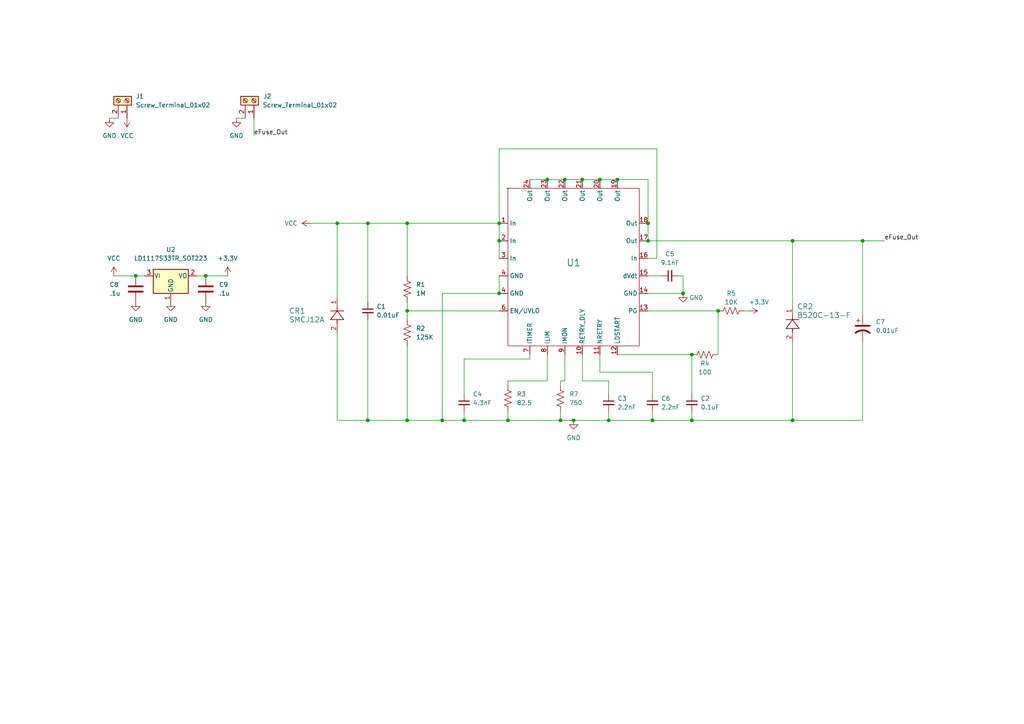
<source format=kicad_sch>
(kicad_sch (version 20230121) (generator eeschema)

  (uuid 07546f61-d78d-4ea0-a700-3fe1ac388f43)

  (paper "A4")

  (title_block
    (title "eFuse")
    (date "2023-09-13")
    (rev "1")
    (company "Robotics @ Maryland")
  )

  (lib_symbols
    (symbol "B520C-13-F:B520C-13-F" (pin_names (offset 0.254)) (in_bom yes) (on_board yes)
      (property "Reference" "CR" (at 5.08 4.445 0)
        (effects (font (size 1.524 1.524)))
      )
      (property "Value" "B520C-13-F" (at 5.08 -3.81 0)
        (effects (font (size 1.524 1.524)))
      )
      (property "Footprint" "SMC_DIO" (at 0 0 0)
        (effects (font (size 1.27 1.27) italic) hide)
      )
      (property "Datasheet" "B520C-13-F" (at 0 0 0)
        (effects (font (size 1.27 1.27) italic) hide)
      )
      (property "ki_locked" "" (at 0 0 0)
        (effects (font (size 1.27 1.27)))
      )
      (property "ki_keywords" "B520C-13-F" (at 0 0 0)
        (effects (font (size 1.27 1.27)) hide)
      )
      (property "ki_fp_filters" "SMC_DIO SMC_DIO-M SMC_DIO-L" (at 0 0 0)
        (effects (font (size 1.27 1.27)) hide)
      )
      (symbol "B520C-13-F_1_1"
        (polyline
          (pts
            (xy 2.54 0)
            (xy 3.4798 0)
          )
          (stroke (width 0.2032) (type default))
          (fill (type none))
        )
        (polyline
          (pts
            (xy 3.175 0)
            (xy 3.81 0)
          )
          (stroke (width 0.2032) (type default))
          (fill (type none))
        )
        (polyline
          (pts
            (xy 3.81 -1.905)
            (xy 6.35 0)
          )
          (stroke (width 0.2032) (type default))
          (fill (type none))
        )
        (polyline
          (pts
            (xy 3.81 1.905)
            (xy 3.81 -1.905)
          )
          (stroke (width 0.2032) (type default))
          (fill (type none))
        )
        (polyline
          (pts
            (xy 6.35 -1.905)
            (xy 6.35 1.905)
          )
          (stroke (width 0.2032) (type default))
          (fill (type none))
        )
        (polyline
          (pts
            (xy 6.35 0)
            (xy 3.81 1.905)
          )
          (stroke (width 0.2032) (type default))
          (fill (type none))
        )
        (polyline
          (pts
            (xy 6.35 0)
            (xy 7.62 0)
          )
          (stroke (width 0.2032) (type default))
          (fill (type none))
        )
        (pin unspecified line (at 10.16 0 180) (length 2.54)
          (name "" (effects (font (size 1.27 1.27))))
          (number "1" (effects (font (size 1.27 1.27))))
        )
        (pin unspecified line (at 0 0 0) (length 2.54)
          (name "" (effects (font (size 1.27 1.27))))
          (number "2" (effects (font (size 1.27 1.27))))
        )
      )
      (symbol "B520C-13-F_1_2"
        (polyline
          (pts
            (xy -1.905 3.81)
            (xy 1.905 3.81)
          )
          (stroke (width 0.2032) (type default))
          (fill (type none))
        )
        (polyline
          (pts
            (xy 0 2.54)
            (xy 0 3.4798)
          )
          (stroke (width 0.2032) (type default))
          (fill (type none))
        )
        (polyline
          (pts
            (xy 0 3.175)
            (xy 0 3.81)
          )
          (stroke (width 0.2032) (type default))
          (fill (type none))
        )
        (polyline
          (pts
            (xy 0 6.35)
            (xy -1.905 3.81)
          )
          (stroke (width 0.2032) (type default))
          (fill (type none))
        )
        (polyline
          (pts
            (xy 0 6.35)
            (xy 0 7.62)
          )
          (stroke (width 0.2032) (type default))
          (fill (type none))
        )
        (polyline
          (pts
            (xy 1.905 3.81)
            (xy 0 6.35)
          )
          (stroke (width 0.2032) (type default))
          (fill (type none))
        )
        (polyline
          (pts
            (xy 1.905 6.35)
            (xy -1.905 6.35)
          )
          (stroke (width 0.2032) (type default))
          (fill (type none))
        )
        (pin unspecified line (at 0 10.16 270) (length 2.54)
          (name "" (effects (font (size 1.27 1.27))))
          (number "1" (effects (font (size 1.27 1.27))))
        )
        (pin unspecified line (at 0 0 90) (length 2.54)
          (name "" (effects (font (size 1.27 1.27))))
          (number "2" (effects (font (size 1.27 1.27))))
        )
      )
    )
    (symbol "Connector:Screw_Terminal_01x02" (pin_names (offset 1.016) hide) (in_bom yes) (on_board yes)
      (property "Reference" "J" (at 0 2.54 0)
        (effects (font (size 1.27 1.27)))
      )
      (property "Value" "Screw_Terminal_01x02" (at 0 -5.08 0)
        (effects (font (size 1.27 1.27)))
      )
      (property "Footprint" "" (at 0 0 0)
        (effects (font (size 1.27 1.27)) hide)
      )
      (property "Datasheet" "~" (at 0 0 0)
        (effects (font (size 1.27 1.27)) hide)
      )
      (property "ki_keywords" "screw terminal" (at 0 0 0)
        (effects (font (size 1.27 1.27)) hide)
      )
      (property "ki_description" "Generic screw terminal, single row, 01x02, script generated (kicad-library-utils/schlib/autogen/connector/)" (at 0 0 0)
        (effects (font (size 1.27 1.27)) hide)
      )
      (property "ki_fp_filters" "TerminalBlock*:*" (at 0 0 0)
        (effects (font (size 1.27 1.27)) hide)
      )
      (symbol "Screw_Terminal_01x02_1_1"
        (rectangle (start -1.27 1.27) (end 1.27 -3.81)
          (stroke (width 0.254) (type default))
          (fill (type background))
        )
        (circle (center 0 -2.54) (radius 0.635)
          (stroke (width 0.1524) (type default))
          (fill (type none))
        )
        (polyline
          (pts
            (xy -0.5334 -2.2098)
            (xy 0.3302 -3.048)
          )
          (stroke (width 0.1524) (type default))
          (fill (type none))
        )
        (polyline
          (pts
            (xy -0.5334 0.3302)
            (xy 0.3302 -0.508)
          )
          (stroke (width 0.1524) (type default))
          (fill (type none))
        )
        (polyline
          (pts
            (xy -0.3556 -2.032)
            (xy 0.508 -2.8702)
          )
          (stroke (width 0.1524) (type default))
          (fill (type none))
        )
        (polyline
          (pts
            (xy -0.3556 0.508)
            (xy 0.508 -0.3302)
          )
          (stroke (width 0.1524) (type default))
          (fill (type none))
        )
        (circle (center 0 0) (radius 0.635)
          (stroke (width 0.1524) (type default))
          (fill (type none))
        )
        (pin passive line (at -5.08 0 0) (length 3.81)
          (name "Pin_1" (effects (font (size 1.27 1.27))))
          (number "1" (effects (font (size 1.27 1.27))))
        )
        (pin passive line (at -5.08 -2.54 0) (length 3.81)
          (name "Pin_2" (effects (font (size 1.27 1.27))))
          (number "2" (effects (font (size 1.27 1.27))))
        )
      )
    )
    (symbol "Device:C" (pin_numbers hide) (pin_names (offset 0.254)) (in_bom yes) (on_board yes)
      (property "Reference" "C" (at 0.635 2.54 0)
        (effects (font (size 1.27 1.27)) (justify left))
      )
      (property "Value" "C" (at 0.635 -2.54 0)
        (effects (font (size 1.27 1.27)) (justify left))
      )
      (property "Footprint" "" (at 0.9652 -3.81 0)
        (effects (font (size 1.27 1.27)) hide)
      )
      (property "Datasheet" "~" (at 0 0 0)
        (effects (font (size 1.27 1.27)) hide)
      )
      (property "ki_keywords" "cap capacitor" (at 0 0 0)
        (effects (font (size 1.27 1.27)) hide)
      )
      (property "ki_description" "Unpolarized capacitor" (at 0 0 0)
        (effects (font (size 1.27 1.27)) hide)
      )
      (property "ki_fp_filters" "C_*" (at 0 0 0)
        (effects (font (size 1.27 1.27)) hide)
      )
      (symbol "C_0_1"
        (polyline
          (pts
            (xy -2.032 -0.762)
            (xy 2.032 -0.762)
          )
          (stroke (width 0.508) (type default))
          (fill (type none))
        )
        (polyline
          (pts
            (xy -2.032 0.762)
            (xy 2.032 0.762)
          )
          (stroke (width 0.508) (type default))
          (fill (type none))
        )
      )
      (symbol "C_1_1"
        (pin passive line (at 0 3.81 270) (length 2.794)
          (name "~" (effects (font (size 1.27 1.27))))
          (number "1" (effects (font (size 1.27 1.27))))
        )
        (pin passive line (at 0 -3.81 90) (length 2.794)
          (name "~" (effects (font (size 1.27 1.27))))
          (number "2" (effects (font (size 1.27 1.27))))
        )
      )
    )
    (symbol "Device:C_Polarized_US" (pin_numbers hide) (pin_names (offset 0.254) hide) (in_bom yes) (on_board yes)
      (property "Reference" "C" (at 0.635 2.54 0)
        (effects (font (size 1.27 1.27)) (justify left))
      )
      (property "Value" "C_Polarized_US" (at 0.635 -2.54 0)
        (effects (font (size 1.27 1.27)) (justify left))
      )
      (property "Footprint" "" (at 0 0 0)
        (effects (font (size 1.27 1.27)) hide)
      )
      (property "Datasheet" "~" (at 0 0 0)
        (effects (font (size 1.27 1.27)) hide)
      )
      (property "ki_keywords" "cap capacitor" (at 0 0 0)
        (effects (font (size 1.27 1.27)) hide)
      )
      (property "ki_description" "Polarized capacitor, US symbol" (at 0 0 0)
        (effects (font (size 1.27 1.27)) hide)
      )
      (property "ki_fp_filters" "CP_*" (at 0 0 0)
        (effects (font (size 1.27 1.27)) hide)
      )
      (symbol "C_Polarized_US_0_1"
        (polyline
          (pts
            (xy -2.032 0.762)
            (xy 2.032 0.762)
          )
          (stroke (width 0.508) (type default))
          (fill (type none))
        )
        (polyline
          (pts
            (xy -1.778 2.286)
            (xy -0.762 2.286)
          )
          (stroke (width 0) (type default))
          (fill (type none))
        )
        (polyline
          (pts
            (xy -1.27 1.778)
            (xy -1.27 2.794)
          )
          (stroke (width 0) (type default))
          (fill (type none))
        )
        (arc (start 2.032 -1.27) (mid 0 -0.5572) (end -2.032 -1.27)
          (stroke (width 0.508) (type default))
          (fill (type none))
        )
      )
      (symbol "C_Polarized_US_1_1"
        (pin passive line (at 0 3.81 270) (length 2.794)
          (name "~" (effects (font (size 1.27 1.27))))
          (number "1" (effects (font (size 1.27 1.27))))
        )
        (pin passive line (at 0 -3.81 90) (length 3.302)
          (name "~" (effects (font (size 1.27 1.27))))
          (number "2" (effects (font (size 1.27 1.27))))
        )
      )
    )
    (symbol "Device:C_Small" (pin_numbers hide) (pin_names (offset 0.254) hide) (in_bom yes) (on_board yes)
      (property "Reference" "C" (at 0.254 1.778 0)
        (effects (font (size 1.27 1.27)) (justify left))
      )
      (property "Value" "C_Small" (at 0.254 -2.032 0)
        (effects (font (size 1.27 1.27)) (justify left))
      )
      (property "Footprint" "" (at 0 0 0)
        (effects (font (size 1.27 1.27)) hide)
      )
      (property "Datasheet" "~" (at 0 0 0)
        (effects (font (size 1.27 1.27)) hide)
      )
      (property "ki_keywords" "capacitor cap" (at 0 0 0)
        (effects (font (size 1.27 1.27)) hide)
      )
      (property "ki_description" "Unpolarized capacitor, small symbol" (at 0 0 0)
        (effects (font (size 1.27 1.27)) hide)
      )
      (property "ki_fp_filters" "C_*" (at 0 0 0)
        (effects (font (size 1.27 1.27)) hide)
      )
      (symbol "C_Small_0_1"
        (polyline
          (pts
            (xy -1.524 -0.508)
            (xy 1.524 -0.508)
          )
          (stroke (width 0.3302) (type default))
          (fill (type none))
        )
        (polyline
          (pts
            (xy -1.524 0.508)
            (xy 1.524 0.508)
          )
          (stroke (width 0.3048) (type default))
          (fill (type none))
        )
      )
      (symbol "C_Small_1_1"
        (pin passive line (at 0 2.54 270) (length 2.032)
          (name "~" (effects (font (size 1.27 1.27))))
          (number "1" (effects (font (size 1.27 1.27))))
        )
        (pin passive line (at 0 -2.54 90) (length 2.032)
          (name "~" (effects (font (size 1.27 1.27))))
          (number "2" (effects (font (size 1.27 1.27))))
        )
      )
    )
    (symbol "Device:R_US" (pin_numbers hide) (pin_names (offset 0)) (in_bom yes) (on_board yes)
      (property "Reference" "R" (at 2.54 0 90)
        (effects (font (size 1.27 1.27)))
      )
      (property "Value" "R_US" (at -2.54 0 90)
        (effects (font (size 1.27 1.27)))
      )
      (property "Footprint" "" (at 1.016 -0.254 90)
        (effects (font (size 1.27 1.27)) hide)
      )
      (property "Datasheet" "~" (at 0 0 0)
        (effects (font (size 1.27 1.27)) hide)
      )
      (property "ki_keywords" "R res resistor" (at 0 0 0)
        (effects (font (size 1.27 1.27)) hide)
      )
      (property "ki_description" "Resistor, US symbol" (at 0 0 0)
        (effects (font (size 1.27 1.27)) hide)
      )
      (property "ki_fp_filters" "R_*" (at 0 0 0)
        (effects (font (size 1.27 1.27)) hide)
      )
      (symbol "R_US_0_1"
        (polyline
          (pts
            (xy 0 -2.286)
            (xy 0 -2.54)
          )
          (stroke (width 0) (type default))
          (fill (type none))
        )
        (polyline
          (pts
            (xy 0 2.286)
            (xy 0 2.54)
          )
          (stroke (width 0) (type default))
          (fill (type none))
        )
        (polyline
          (pts
            (xy 0 -0.762)
            (xy 1.016 -1.143)
            (xy 0 -1.524)
            (xy -1.016 -1.905)
            (xy 0 -2.286)
          )
          (stroke (width 0) (type default))
          (fill (type none))
        )
        (polyline
          (pts
            (xy 0 0.762)
            (xy 1.016 0.381)
            (xy 0 0)
            (xy -1.016 -0.381)
            (xy 0 -0.762)
          )
          (stroke (width 0) (type default))
          (fill (type none))
        )
        (polyline
          (pts
            (xy 0 2.286)
            (xy 1.016 1.905)
            (xy 0 1.524)
            (xy -1.016 1.143)
            (xy 0 0.762)
          )
          (stroke (width 0) (type default))
          (fill (type none))
        )
      )
      (symbol "R_US_1_1"
        (pin passive line (at 0 3.81 270) (length 1.27)
          (name "~" (effects (font (size 1.27 1.27))))
          (number "1" (effects (font (size 1.27 1.27))))
        )
        (pin passive line (at 0 -3.81 90) (length 1.27)
          (name "~" (effects (font (size 1.27 1.27))))
          (number "2" (effects (font (size 1.27 1.27))))
        )
      )
    )
    (symbol "Regulator_Linear:LD1117S33TR_SOT223" (pin_names (offset 0.254)) (in_bom yes) (on_board yes)
      (property "Reference" "U" (at -3.81 3.175 0)
        (effects (font (size 1.27 1.27)))
      )
      (property "Value" "LD1117S33TR_SOT223" (at 0 3.175 0)
        (effects (font (size 1.27 1.27)) (justify left))
      )
      (property "Footprint" "Package_TO_SOT_SMD:SOT-223-3_TabPin2" (at 0 5.08 0)
        (effects (font (size 1.27 1.27)) hide)
      )
      (property "Datasheet" "http://www.st.com/st-web-ui/static/active/en/resource/technical/document/datasheet/CD00000544.pdf" (at 2.54 -6.35 0)
        (effects (font (size 1.27 1.27)) hide)
      )
      (property "ki_keywords" "REGULATOR LDO 3.3V" (at 0 0 0)
        (effects (font (size 1.27 1.27)) hide)
      )
      (property "ki_description" "800mA Fixed Low Drop Positive Voltage Regulator, Fixed Output 3.3V, SOT-223" (at 0 0 0)
        (effects (font (size 1.27 1.27)) hide)
      )
      (property "ki_fp_filters" "SOT?223*TabPin2*" (at 0 0 0)
        (effects (font (size 1.27 1.27)) hide)
      )
      (symbol "LD1117S33TR_SOT223_0_1"
        (rectangle (start -5.08 -5.08) (end 5.08 1.905)
          (stroke (width 0.254) (type default))
          (fill (type background))
        )
      )
      (symbol "LD1117S33TR_SOT223_1_1"
        (pin power_in line (at 0 -7.62 90) (length 2.54)
          (name "GND" (effects (font (size 1.27 1.27))))
          (number "1" (effects (font (size 1.27 1.27))))
        )
        (pin power_out line (at 7.62 0 180) (length 2.54)
          (name "VO" (effects (font (size 1.27 1.27))))
          (number "2" (effects (font (size 1.27 1.27))))
        )
        (pin power_in line (at -7.62 0 0) (length 2.54)
          (name "VI" (effects (font (size 1.27 1.27))))
          (number "3" (effects (font (size 1.27 1.27))))
        )
      )
    )
    (symbol "SMCJ12A:SMCJ12A" (pin_names (offset 0.254)) (in_bom yes) (on_board yes)
      (property "Reference" "CR" (at 5.08 4.445 0)
        (effects (font (size 1.524 1.524)))
      )
      (property "Value" "SMCJ12A" (at 5.08 -3.81 0)
        (effects (font (size 1.524 1.524)))
      )
      (property "Footprint" "SMCJSeries_LTF" (at 0 0 0)
        (effects (font (size 1.27 1.27) italic) hide)
      )
      (property "Datasheet" "SMCJ12A" (at 0 0 0)
        (effects (font (size 1.27 1.27) italic) hide)
      )
      (property "ki_locked" "" (at 0 0 0)
        (effects (font (size 1.27 1.27)))
      )
      (property "ki_keywords" "SMCJ12A" (at 0 0 0)
        (effects (font (size 1.27 1.27)) hide)
      )
      (property "ki_fp_filters" "SMCJSeries_LTF SMCJSeries_LTF-M SMCJSeries_LTF-L" (at 0 0 0)
        (effects (font (size 1.27 1.27)) hide)
      )
      (symbol "SMCJ12A_1_1"
        (polyline
          (pts
            (xy 2.54 0)
            (xy 3.4798 0)
          )
          (stroke (width 0.2032) (type default))
          (fill (type none))
        )
        (polyline
          (pts
            (xy 3.175 0)
            (xy 3.81 0)
          )
          (stroke (width 0.2032) (type default))
          (fill (type none))
        )
        (polyline
          (pts
            (xy 3.81 -1.905)
            (xy 6.35 0)
          )
          (stroke (width 0.2032) (type default))
          (fill (type none))
        )
        (polyline
          (pts
            (xy 3.81 1.905)
            (xy 3.81 -1.905)
          )
          (stroke (width 0.2032) (type default))
          (fill (type none))
        )
        (polyline
          (pts
            (xy 6.35 -1.905)
            (xy 6.35 1.905)
          )
          (stroke (width 0.2032) (type default))
          (fill (type none))
        )
        (polyline
          (pts
            (xy 6.35 0)
            (xy 3.81 1.905)
          )
          (stroke (width 0.2032) (type default))
          (fill (type none))
        )
        (polyline
          (pts
            (xy 6.35 0)
            (xy 7.62 0)
          )
          (stroke (width 0.2032) (type default))
          (fill (type none))
        )
        (pin unspecified line (at 10.16 0 180) (length 2.54)
          (name "" (effects (font (size 1.27 1.27))))
          (number "1" (effects (font (size 1.27 1.27))))
        )
        (pin unspecified line (at 0 0 0) (length 2.54)
          (name "" (effects (font (size 1.27 1.27))))
          (number "2" (effects (font (size 1.27 1.27))))
        )
      )
      (symbol "SMCJ12A_1_2"
        (polyline
          (pts
            (xy -1.905 3.81)
            (xy 1.905 3.81)
          )
          (stroke (width 0.2032) (type default))
          (fill (type none))
        )
        (polyline
          (pts
            (xy 0 2.54)
            (xy 0 3.4798)
          )
          (stroke (width 0.2032) (type default))
          (fill (type none))
        )
        (polyline
          (pts
            (xy 0 3.175)
            (xy 0 3.81)
          )
          (stroke (width 0.2032) (type default))
          (fill (type none))
        )
        (polyline
          (pts
            (xy 0 6.35)
            (xy -1.905 3.81)
          )
          (stroke (width 0.2032) (type default))
          (fill (type none))
        )
        (polyline
          (pts
            (xy 0 6.35)
            (xy 0 7.62)
          )
          (stroke (width 0.2032) (type default))
          (fill (type none))
        )
        (polyline
          (pts
            (xy 1.905 3.81)
            (xy 0 6.35)
          )
          (stroke (width 0.2032) (type default))
          (fill (type none))
        )
        (polyline
          (pts
            (xy 1.905 6.35)
            (xy -1.905 6.35)
          )
          (stroke (width 0.2032) (type default))
          (fill (type none))
        )
        (pin unspecified line (at 0 10.16 270) (length 2.54)
          (name "" (effects (font (size 1.27 1.27))))
          (number "1" (effects (font (size 1.27 1.27))))
        )
        (pin unspecified line (at 0 0 90) (length 2.54)
          (name "" (effects (font (size 1.27 1.27))))
          (number "2" (effects (font (size 1.27 1.27))))
        )
      )
    )
    (symbol "eFuseLib:TPS259823LNRGET" (in_bom yes) (on_board yes)
      (property "Reference" "U1" (at 60.96 -39.37 0)
        (effects (font (size 2 2)))
      )
      (property "Value" "" (at 41.91 -16.51 0)
        (effects (font (size 1.27 1.27)))
      )
      (property "Footprint" "" (at 41.91 -16.51 0)
        (effects (font (size 1.27 1.27)) hide)
      )
      (property "Datasheet" "" (at 41.91 -16.51 0)
        (effects (font (size 1.27 1.27)) hide)
      )
      (symbol "TPS259823LNRGET_0_1"
        (rectangle (start 41.91 -16.51) (end 80.01 -62.23)
          (stroke (width 0) (type default))
          (fill (type none))
        )
        (rectangle (start 49.53 -20.32) (end 49.53 -20.32)
          (stroke (width 0) (type default))
          (fill (type none))
        )
      )
      (symbol "TPS259823LNRGET_1_1"
        (pin power_in line (at 39.37 -26.67 0) (length 2.54)
          (name "In" (effects (font (size 1.27 1.27))))
          (number "1" (effects (font (size 1.27 1.27))))
        )
        (pin output line (at 63.5 -64.77 90) (length 2.54)
          (name "RETRY_DLY" (effects (font (size 1.27 1.27))))
          (number "10" (effects (font (size 1.27 1.27))))
        )
        (pin output line (at 68.58 -64.77 90) (length 2.54)
          (name "NRETRY" (effects (font (size 1.27 1.27))))
          (number "11" (effects (font (size 1.27 1.27))))
        )
        (pin input line (at 73.66 -64.77 90) (length 2.54)
          (name "LDSTART" (effects (font (size 1.27 1.27))))
          (number "12" (effects (font (size 1.27 1.27))))
        )
        (pin output line (at 82.55 -52.07 180) (length 2.54)
          (name "PG" (effects (font (size 1.27 1.27))))
          (number "13" (effects (font (size 1.27 1.27))))
        )
        (pin power_in line (at 82.55 -46.99 180) (length 2.54)
          (name "GND" (effects (font (size 1.27 1.27))))
          (number "14" (effects (font (size 1.27 1.27))))
        )
        (pin output line (at 82.55 -41.91 180) (length 2.54)
          (name "dVdt" (effects (font (size 1.27 1.27))))
          (number "15" (effects (font (size 1.27 1.27))))
        )
        (pin power_in line (at 82.55 -36.83 180) (length 2.54)
          (name "In" (effects (font (size 1.27 1.27))))
          (number "16" (effects (font (size 1.27 1.27))))
        )
        (pin power_out line (at 82.55 -31.75 180) (length 2.54)
          (name "Out" (effects (font (size 1.27 1.27))))
          (number "17" (effects (font (size 1.27 1.27))))
        )
        (pin power_out line (at 82.55 -26.67 180) (length 2.54)
          (name "Out" (effects (font (size 1.27 1.27))))
          (number "18" (effects (font (size 1.27 1.27))))
        )
        (pin power_out line (at 73.66 -13.97 270) (length 2.54)
          (name "Out" (effects (font (size 1.27 1.27))))
          (number "19" (effects (font (size 1.27 1.27))))
        )
        (pin power_in line (at 39.37 -31.75 0) (length 2.54)
          (name "In" (effects (font (size 1.27 1.27))))
          (number "2" (effects (font (size 1.27 1.27))))
        )
        (pin power_out line (at 68.58 -13.97 270) (length 2.54)
          (name "Out" (effects (font (size 1.27 1.27))))
          (number "20" (effects (font (size 1.27 1.27))))
        )
        (pin power_out line (at 63.5 -13.97 270) (length 2.54)
          (name "Out" (effects (font (size 1.27 1.27))))
          (number "21" (effects (font (size 1.27 1.27))))
        )
        (pin power_out line (at 58.42 -13.97 270) (length 2.54)
          (name "Out" (effects (font (size 1.27 1.27))))
          (number "22" (effects (font (size 1.27 1.27))))
        )
        (pin power_out line (at 53.34 -13.97 270) (length 2.54)
          (name "Out" (effects (font (size 1.27 1.27))))
          (number "23" (effects (font (size 1.27 1.27))))
        )
        (pin power_out line (at 48.26 -13.97 270) (length 2.54)
          (name "Out" (effects (font (size 1.27 1.27))))
          (number "24" (effects (font (size 1.27 1.27))))
        )
        (pin power_in line (at 39.37 -36.83 0) (length 2.54)
          (name "In" (effects (font (size 1.27 1.27))))
          (number "3" (effects (font (size 1.27 1.27))))
        )
        (pin power_in line (at 39.37 -46.99 0) (length 2.54)
          (name "GND" (effects (font (size 1.27 1.27))))
          (number "4" (effects (font (size 1.27 1.27))))
        )
        (pin power_in line (at 39.37 -41.91 0) (length 2.54)
          (name "GND" (effects (font (size 1.27 1.27))))
          (number "4" (effects (font (size 1.27 1.27))))
        )
        (pin power_in line (at 39.37 -52.07 0) (length 2.54)
          (name "EN/UVLO" (effects (font (size 1.27 1.27))))
          (number "6" (effects (font (size 1.27 1.27))))
        )
        (pin output line (at 48.26 -64.77 90) (length 2.54)
          (name "ITIMER" (effects (font (size 1.27 1.27))))
          (number "7" (effects (font (size 1.27 1.27))))
        )
        (pin output line (at 53.34 -64.77 90) (length 2.54)
          (name "ILIM" (effects (font (size 1.27 1.27))))
          (number "8" (effects (font (size 1.27 1.27))))
        )
        (pin output line (at 58.42 -64.77 90) (length 2.54)
          (name "IMON" (effects (font (size 1.27 1.27))))
          (number "9" (effects (font (size 1.27 1.27))))
        )
      )
    )
    (symbol "power:+3.3V" (power) (pin_names (offset 0)) (in_bom yes) (on_board yes)
      (property "Reference" "#PWR" (at 0 -3.81 0)
        (effects (font (size 1.27 1.27)) hide)
      )
      (property "Value" "+3.3V" (at 0 3.556 0)
        (effects (font (size 1.27 1.27)))
      )
      (property "Footprint" "" (at 0 0 0)
        (effects (font (size 1.27 1.27)) hide)
      )
      (property "Datasheet" "" (at 0 0 0)
        (effects (font (size 1.27 1.27)) hide)
      )
      (property "ki_keywords" "global power" (at 0 0 0)
        (effects (font (size 1.27 1.27)) hide)
      )
      (property "ki_description" "Power symbol creates a global label with name \"+3.3V\"" (at 0 0 0)
        (effects (font (size 1.27 1.27)) hide)
      )
      (symbol "+3.3V_0_1"
        (polyline
          (pts
            (xy -0.762 1.27)
            (xy 0 2.54)
          )
          (stroke (width 0) (type default))
          (fill (type none))
        )
        (polyline
          (pts
            (xy 0 0)
            (xy 0 2.54)
          )
          (stroke (width 0) (type default))
          (fill (type none))
        )
        (polyline
          (pts
            (xy 0 2.54)
            (xy 0.762 1.27)
          )
          (stroke (width 0) (type default))
          (fill (type none))
        )
      )
      (symbol "+3.3V_1_1"
        (pin power_in line (at 0 0 90) (length 0) hide
          (name "+3.3V" (effects (font (size 1.27 1.27))))
          (number "1" (effects (font (size 1.27 1.27))))
        )
      )
    )
    (symbol "power:GND" (power) (pin_names (offset 0)) (in_bom yes) (on_board yes)
      (property "Reference" "#PWR" (at 0 -6.35 0)
        (effects (font (size 1.27 1.27)) hide)
      )
      (property "Value" "GND" (at 0 -3.81 0)
        (effects (font (size 1.27 1.27)))
      )
      (property "Footprint" "" (at 0 0 0)
        (effects (font (size 1.27 1.27)) hide)
      )
      (property "Datasheet" "" (at 0 0 0)
        (effects (font (size 1.27 1.27)) hide)
      )
      (property "ki_keywords" "global power" (at 0 0 0)
        (effects (font (size 1.27 1.27)) hide)
      )
      (property "ki_description" "Power symbol creates a global label with name \"GND\" , ground" (at 0 0 0)
        (effects (font (size 1.27 1.27)) hide)
      )
      (symbol "GND_0_1"
        (polyline
          (pts
            (xy 0 0)
            (xy 0 -1.27)
            (xy 1.27 -1.27)
            (xy 0 -2.54)
            (xy -1.27 -1.27)
            (xy 0 -1.27)
          )
          (stroke (width 0) (type default))
          (fill (type none))
        )
      )
      (symbol "GND_1_1"
        (pin power_in line (at 0 0 270) (length 0) hide
          (name "GND" (effects (font (size 1.27 1.27))))
          (number "1" (effects (font (size 1.27 1.27))))
        )
      )
    )
    (symbol "power:VCC" (power) (pin_names (offset 0)) (in_bom yes) (on_board yes)
      (property "Reference" "#PWR" (at 0 -3.81 0)
        (effects (font (size 1.27 1.27)) hide)
      )
      (property "Value" "VCC" (at 0 3.81 0)
        (effects (font (size 1.27 1.27)))
      )
      (property "Footprint" "" (at 0 0 0)
        (effects (font (size 1.27 1.27)) hide)
      )
      (property "Datasheet" "" (at 0 0 0)
        (effects (font (size 1.27 1.27)) hide)
      )
      (property "ki_keywords" "global power" (at 0 0 0)
        (effects (font (size 1.27 1.27)) hide)
      )
      (property "ki_description" "Power symbol creates a global label with name \"VCC\"" (at 0 0 0)
        (effects (font (size 1.27 1.27)) hide)
      )
      (symbol "VCC_0_1"
        (polyline
          (pts
            (xy -0.762 1.27)
            (xy 0 2.54)
          )
          (stroke (width 0) (type default))
          (fill (type none))
        )
        (polyline
          (pts
            (xy 0 0)
            (xy 0 2.54)
          )
          (stroke (width 0) (type default))
          (fill (type none))
        )
        (polyline
          (pts
            (xy 0 2.54)
            (xy 0.762 1.27)
          )
          (stroke (width 0) (type default))
          (fill (type none))
        )
      )
      (symbol "VCC_1_1"
        (pin power_in line (at 0 0 90) (length 0) hide
          (name "VCC" (effects (font (size 1.27 1.27))))
          (number "1" (effects (font (size 1.27 1.27))))
        )
      )
    )
  )

  (junction (at 106.68 64.77) (diameter 0) (color 0 0 0 0)
    (uuid 01417a97-2be1-4eaa-93fe-98bcf056a91b)
  )
  (junction (at 158.75 52.07) (diameter 0) (color 0 0 0 0)
    (uuid 0c69beee-b923-47f7-b600-ef1d35fd265b)
  )
  (junction (at 39.37 80.01) (diameter 0) (color 0 0 0 0)
    (uuid 14d3ff0c-5764-48fb-8b6d-5fb428755962)
  )
  (junction (at 97.79 64.77) (diameter 0) (color 0 0 0 0)
    (uuid 168beffb-a7c9-4d88-93d3-34a4a6e4ed2a)
  )
  (junction (at 189.23 121.92) (diameter 0) (color 0 0 0 0)
    (uuid 1cb8033c-5f0e-4496-adf7-fb2d23924c17)
  )
  (junction (at 250.19 69.85) (diameter 0) (color 0 0 0 0)
    (uuid 297e1484-be7b-4b91-b34c-8305cb7a1bb5)
  )
  (junction (at 208.28 90.17) (diameter 0) (color 0 0 0 0)
    (uuid 30fd3a84-37d3-4674-bb74-5ba892677ea4)
  )
  (junction (at 144.78 85.09) (diameter 0) (color 0 0 0 0)
    (uuid 37854035-912f-419c-8374-fcf0093853af)
  )
  (junction (at 179.07 52.07) (diameter 0) (color 0 0 0 0)
    (uuid 3dc3c29e-956e-4f19-99dc-73be63234768)
  )
  (junction (at 229.87 69.85) (diameter 0) (color 0 0 0 0)
    (uuid 50fa77a9-eb37-4185-88a7-471435435bac)
  )
  (junction (at 187.96 69.85) (diameter 0) (color 0 0 0 0)
    (uuid 5369a749-38bc-4865-a78e-f0039a4c95cf)
  )
  (junction (at 200.66 102.87) (diameter 0) (color 0 0 0 0)
    (uuid 55cb4483-cb7a-4faf-8057-1c34207667cd)
  )
  (junction (at 173.99 52.07) (diameter 0) (color 0 0 0 0)
    (uuid 642e4f20-b33d-44f7-b949-156940edbd77)
  )
  (junction (at 162.56 121.92) (diameter 0) (color 0 0 0 0)
    (uuid 64f79487-2d4f-422d-9847-45065a9a073a)
  )
  (junction (at 59.69 80.01) (diameter 0) (color 0 0 0 0)
    (uuid 72572466-611a-4935-9bb7-57008acd9ad1)
  )
  (junction (at 200.66 121.92) (diameter 0) (color 0 0 0 0)
    (uuid 7787aced-ec30-42f3-b386-1f6bde1f7ebd)
  )
  (junction (at 176.53 121.92) (diameter 0) (color 0 0 0 0)
    (uuid 9d2e1cc2-df50-4fba-933e-764921cea08f)
  )
  (junction (at 144.78 69.85) (diameter 0) (color 0 0 0 0)
    (uuid 9f0c2d43-3207-4b78-b092-ec8cca10e5e1)
  )
  (junction (at 166.37 121.92) (diameter 0) (color 0 0 0 0)
    (uuid a3aefa06-fdf7-492e-99db-106c71cc68b8)
  )
  (junction (at 134.62 121.92) (diameter 0) (color 0 0 0 0)
    (uuid a3dfa4c5-e8a1-4c68-b701-08da6d7b0892)
  )
  (junction (at 118.11 90.17) (diameter 0) (color 0 0 0 0)
    (uuid a411fd7d-b7db-4062-bd0f-3e204cf9ecab)
  )
  (junction (at 147.32 121.92) (diameter 0) (color 0 0 0 0)
    (uuid a818aae4-2353-4c2b-84df-36fefd626067)
  )
  (junction (at 198.12 85.09) (diameter 0) (color 0 0 0 0)
    (uuid b6742f6d-0d8a-4487-87c8-bb56d1439df2)
  )
  (junction (at 168.91 52.07) (diameter 0) (color 0 0 0 0)
    (uuid b6fc1bd6-5d51-41ef-b8a0-79dbd7ec1b49)
  )
  (junction (at 144.78 64.77) (diameter 0) (color 0 0 0 0)
    (uuid c10f6328-ee7d-407a-9140-80c4effdee0b)
  )
  (junction (at 163.83 52.07) (diameter 0) (color 0 0 0 0)
    (uuid c2341325-becf-44dc-86d3-a5906fcf1aab)
  )
  (junction (at 118.11 64.77) (diameter 0) (color 0 0 0 0)
    (uuid d0b3dc88-f042-41c3-9359-566c714e3409)
  )
  (junction (at 118.11 121.92) (diameter 0) (color 0 0 0 0)
    (uuid d1154d25-482e-40d4-a79a-34b75d87f6d4)
  )
  (junction (at 128.27 121.92) (diameter 0) (color 0 0 0 0)
    (uuid ed72a434-90b5-4a11-a9c5-ef32b19bce05)
  )
  (junction (at 229.87 121.92) (diameter 0) (color 0 0 0 0)
    (uuid f6ecc22d-5492-4505-8d6c-0456d9180b03)
  )
  (junction (at 187.96 64.77) (diameter 0) (color 0 0 0 0)
    (uuid fcdd26d7-1a33-4f87-a779-18ee1c3080d8)
  )
  (junction (at 106.68 121.92) (diameter 0) (color 0 0 0 0)
    (uuid fdd335c7-bed8-4e65-978e-9554f10bef2e)
  )

  (wire (pts (xy 163.83 110.49) (xy 163.83 102.87))
    (stroke (width 0) (type default))
    (uuid 04aed707-41fe-41c1-b9ee-2b577c8de961)
  )
  (wire (pts (xy 162.56 111.76) (xy 162.56 110.49))
    (stroke (width 0) (type default))
    (uuid 0542ca82-0848-4281-964c-dec4504b1157)
  )
  (wire (pts (xy 144.78 85.09) (xy 128.27 85.09))
    (stroke (width 0) (type default))
    (uuid 07895fdb-bb0f-4b4a-acb4-888f32a751fb)
  )
  (wire (pts (xy 208.28 102.87) (xy 208.28 90.17))
    (stroke (width 0) (type default))
    (uuid 097a5128-3fba-45d9-8560-f196ceaebc6b)
  )
  (wire (pts (xy 187.96 52.07) (xy 187.96 64.77))
    (stroke (width 0) (type default))
    (uuid 0e8a8c0a-bf3d-49ee-8b2e-a4b8b6d2ab56)
  )
  (wire (pts (xy 162.56 119.38) (xy 162.56 121.92))
    (stroke (width 0) (type default))
    (uuid 121990fb-24bb-4a5f-8580-5b11ca8ac864)
  )
  (wire (pts (xy 190.5 43.18) (xy 144.78 43.18))
    (stroke (width 0) (type default))
    (uuid 14959647-e8cb-4ed4-9fe2-0d23fcf8c17b)
  )
  (wire (pts (xy 134.62 104.14) (xy 153.67 104.14))
    (stroke (width 0) (type default))
    (uuid 188ea5b0-8a1f-4595-bbf5-3cd671ffc587)
  )
  (wire (pts (xy 73.66 34.29) (xy 73.66 39.37))
    (stroke (width 0) (type default))
    (uuid 1b5055d7-7099-438c-bb73-7f52c1a6fbca)
  )
  (wire (pts (xy 187.96 74.93) (xy 190.5 74.93))
    (stroke (width 0) (type default))
    (uuid 1fde95ad-7a93-4d0d-bcde-73c31d9ea3d1)
  )
  (wire (pts (xy 158.75 110.49) (xy 158.75 102.87))
    (stroke (width 0) (type default))
    (uuid 204d30ef-ddab-4917-b5ee-2690aea06a6f)
  )
  (wire (pts (xy 147.32 121.92) (xy 162.56 121.92))
    (stroke (width 0) (type default))
    (uuid 23e3f898-46df-43f6-b229-ee2042f2aa11)
  )
  (wire (pts (xy 106.68 64.77) (xy 118.11 64.77))
    (stroke (width 0) (type default))
    (uuid 248fee5f-404f-4a94-8148-b5e76081e75d)
  )
  (wire (pts (xy 97.79 96.52) (xy 97.79 121.92))
    (stroke (width 0) (type default))
    (uuid 3eac1cb9-0b47-47f5-ab7b-e93403e05958)
  )
  (wire (pts (xy 144.78 80.01) (xy 144.78 85.09))
    (stroke (width 0) (type default))
    (uuid 46dee4cf-1088-4296-955c-5341a436d432)
  )
  (wire (pts (xy 173.99 107.95) (xy 189.23 107.95))
    (stroke (width 0) (type default))
    (uuid 48b578b3-5662-4262-8fd2-6a93bc162116)
  )
  (wire (pts (xy 187.96 85.09) (xy 198.12 85.09))
    (stroke (width 0) (type default))
    (uuid 4a10907b-5f54-4ea0-88c2-11ec6831a1cf)
  )
  (wire (pts (xy 144.78 64.77) (xy 144.78 69.85))
    (stroke (width 0) (type default))
    (uuid 4a64638e-0429-44fb-a1a0-d137c507433b)
  )
  (wire (pts (xy 250.19 99.06) (xy 250.19 121.92))
    (stroke (width 0) (type default))
    (uuid 4b63ed9f-5201-49b7-bce3-f1a4ccfa5c5b)
  )
  (wire (pts (xy 166.37 121.92) (xy 176.53 121.92))
    (stroke (width 0) (type default))
    (uuid 4b743412-b18a-4f5d-8bd6-6c69c749bb4e)
  )
  (wire (pts (xy 200.66 121.92) (xy 229.87 121.92))
    (stroke (width 0) (type default))
    (uuid 52f91882-f7be-4efc-be3b-e530e3fe8ff7)
  )
  (wire (pts (xy 57.15 80.01) (xy 59.69 80.01))
    (stroke (width 0) (type default))
    (uuid 53b06ae5-0fee-48ee-b34d-c981a1f378be)
  )
  (wire (pts (xy 158.75 52.07) (xy 163.83 52.07))
    (stroke (width 0) (type default))
    (uuid 548b694c-d9f7-4a68-a396-84397639c830)
  )
  (wire (pts (xy 187.96 69.85) (xy 229.87 69.85))
    (stroke (width 0) (type default))
    (uuid 566b12ae-b043-40e7-ad94-c356804ab9b5)
  )
  (wire (pts (xy 106.68 64.77) (xy 106.68 87.63))
    (stroke (width 0) (type default))
    (uuid 5709ba12-818e-4bba-9aae-621d4723db33)
  )
  (wire (pts (xy 176.53 119.38) (xy 176.53 121.92))
    (stroke (width 0) (type default))
    (uuid 5cdf85b7-26fc-4b56-868c-a3604eb88d97)
  )
  (wire (pts (xy 176.53 110.49) (xy 176.53 114.3))
    (stroke (width 0) (type default))
    (uuid 5e86f339-3b56-4865-931c-d02e3c4d07b0)
  )
  (wire (pts (xy 118.11 64.77) (xy 144.78 64.77))
    (stroke (width 0) (type default))
    (uuid 608ab133-7dbd-4afb-93d4-7b5b06f616b8)
  )
  (wire (pts (xy 144.78 43.18) (xy 144.78 64.77))
    (stroke (width 0) (type default))
    (uuid 62d826a5-5cfb-4517-9bc0-7e1fe1b75b72)
  )
  (wire (pts (xy 118.11 87.63) (xy 118.11 90.17))
    (stroke (width 0) (type default))
    (uuid 64c21942-ea74-4dda-9474-4a3871901390)
  )
  (wire (pts (xy 173.99 52.07) (xy 179.07 52.07))
    (stroke (width 0) (type default))
    (uuid 6ad413cd-1cc0-469e-ab18-e2d2e365764f)
  )
  (wire (pts (xy 118.11 121.92) (xy 128.27 121.92))
    (stroke (width 0) (type default))
    (uuid 6e5ea543-529b-454a-bc99-daf9e0fab4d8)
  )
  (wire (pts (xy 187.96 80.01) (xy 191.77 80.01))
    (stroke (width 0) (type default))
    (uuid 73ab005a-a1fb-4597-9208-022cf6558caf)
  )
  (wire (pts (xy 198.12 85.09) (xy 198.12 80.01))
    (stroke (width 0) (type default))
    (uuid 74aa5597-e5d1-446e-8fee-35c7de616212)
  )
  (wire (pts (xy 200.66 102.87) (xy 179.07 102.87))
    (stroke (width 0) (type default))
    (uuid 754f4b26-461f-44ef-98f1-9ff9d2a6c2fa)
  )
  (wire (pts (xy 168.91 110.49) (xy 168.91 102.87))
    (stroke (width 0) (type default))
    (uuid 77c0a30a-5712-497f-a59e-0f0f6d5a2dbf)
  )
  (wire (pts (xy 229.87 88.9) (xy 229.87 69.85))
    (stroke (width 0) (type default))
    (uuid 810db5c4-96e6-4cec-b9f8-9dcfa0d4ba07)
  )
  (wire (pts (xy 147.32 110.49) (xy 158.75 110.49))
    (stroke (width 0) (type default))
    (uuid 83fd314a-6785-4c3e-8b38-23e48b1d6e0d)
  )
  (wire (pts (xy 97.79 121.92) (xy 106.68 121.92))
    (stroke (width 0) (type default))
    (uuid 858ae358-2ede-4ad0-b15c-2246d0c9ccf2)
  )
  (wire (pts (xy 250.19 69.85) (xy 256.54 69.85))
    (stroke (width 0) (type default))
    (uuid 8833e78c-a7e5-45e5-961d-d37cf6059caa)
  )
  (wire (pts (xy 97.79 64.77) (xy 106.68 64.77))
    (stroke (width 0) (type default))
    (uuid 88dc5b26-7be6-40bb-b788-9f303e66cd35)
  )
  (wire (pts (xy 162.56 121.92) (xy 166.37 121.92))
    (stroke (width 0) (type default))
    (uuid 8914e71b-6130-4da8-b3ce-7c46aad96d4e)
  )
  (wire (pts (xy 187.96 64.77) (xy 187.96 69.85))
    (stroke (width 0) (type default))
    (uuid 8b09ee6f-e0e5-44d2-8cd5-24b104afbff7)
  )
  (wire (pts (xy 153.67 52.07) (xy 158.75 52.07))
    (stroke (width 0) (type default))
    (uuid 9c328416-cad9-4039-8eec-ce5583abb89b)
  )
  (wire (pts (xy 229.87 121.92) (xy 250.19 121.92))
    (stroke (width 0) (type default))
    (uuid a02ebd1e-b87a-45a9-9136-11c1e93fbb81)
  )
  (wire (pts (xy 128.27 85.09) (xy 128.27 121.92))
    (stroke (width 0) (type default))
    (uuid a0aeb016-bde2-40a6-956b-2c9d9dc94a98)
  )
  (wire (pts (xy 31.75 34.29) (xy 34.29 34.29))
    (stroke (width 0) (type default))
    (uuid a9c6e148-5c2b-443a-ab89-d5bf5151aa01)
  )
  (wire (pts (xy 147.32 111.76) (xy 147.32 110.49))
    (stroke (width 0) (type default))
    (uuid a9f2f398-ea16-44c1-8e96-9ed140969968)
  )
  (wire (pts (xy 144.78 90.17) (xy 118.11 90.17))
    (stroke (width 0) (type default))
    (uuid b206a6d7-9534-4be2-9f94-c158a90ffb0a)
  )
  (wire (pts (xy 128.27 121.92) (xy 134.62 121.92))
    (stroke (width 0) (type default))
    (uuid b283003b-e97f-4a7a-9c67-bcef9fec8a64)
  )
  (wire (pts (xy 190.5 74.93) (xy 190.5 43.18))
    (stroke (width 0) (type default))
    (uuid b394763c-5b30-4c7f-8b5a-c24a56eae478)
  )
  (wire (pts (xy 176.53 110.49) (xy 168.91 110.49))
    (stroke (width 0) (type default))
    (uuid ba65c56d-6f1e-48da-a901-8f5ad817cfa9)
  )
  (wire (pts (xy 189.23 107.95) (xy 189.23 114.3))
    (stroke (width 0) (type default))
    (uuid bb267a18-ab6f-4deb-924b-009fa2c4301d)
  )
  (wire (pts (xy 173.99 102.87) (xy 173.99 107.95))
    (stroke (width 0) (type default))
    (uuid bee6881b-f05e-400e-966c-03f36c6a1caa)
  )
  (wire (pts (xy 168.91 52.07) (xy 173.99 52.07))
    (stroke (width 0) (type default))
    (uuid c2306c2b-1be9-4181-8d8c-d52927e907e3)
  )
  (wire (pts (xy 68.58 34.29) (xy 71.12 34.29))
    (stroke (width 0) (type default))
    (uuid c3cadd57-b303-4ff2-8ba7-1c5d96c990dd)
  )
  (wire (pts (xy 134.62 121.92) (xy 147.32 121.92))
    (stroke (width 0) (type default))
    (uuid c78a35a5-8d78-4286-9c18-9acaf3283776)
  )
  (wire (pts (xy 118.11 100.33) (xy 118.11 121.92))
    (stroke (width 0) (type default))
    (uuid c848d08b-613c-4e03-b1a8-e0cd08e04295)
  )
  (wire (pts (xy 144.78 69.85) (xy 144.78 74.93))
    (stroke (width 0) (type default))
    (uuid cc45735c-7ba4-4e6a-86ab-f9e4b5a29455)
  )
  (wire (pts (xy 134.62 104.14) (xy 134.62 114.3))
    (stroke (width 0) (type default))
    (uuid cc696dd3-7f80-4c09-9d8d-7367fe387072)
  )
  (wire (pts (xy 118.11 80.01) (xy 118.11 64.77))
    (stroke (width 0) (type default))
    (uuid cf04ac7f-8708-4e4c-beae-86a5623c6c84)
  )
  (wire (pts (xy 189.23 119.38) (xy 189.23 121.92))
    (stroke (width 0) (type default))
    (uuid d1ef92d5-ca1e-4abe-b43c-f323efc2834e)
  )
  (wire (pts (xy 187.96 90.17) (xy 208.28 90.17))
    (stroke (width 0) (type default))
    (uuid d7d9b589-600e-4575-b8d9-cf3356ff9cd1)
  )
  (wire (pts (xy 176.53 121.92) (xy 189.23 121.92))
    (stroke (width 0) (type default))
    (uuid d869c39f-ad0d-4a3a-9545-2afa470f2dad)
  )
  (wire (pts (xy 229.87 99.06) (xy 229.87 121.92))
    (stroke (width 0) (type default))
    (uuid d9e11347-474f-456d-84e3-cb501679b374)
  )
  (wire (pts (xy 215.9 90.17) (xy 217.17 90.17))
    (stroke (width 0) (type default))
    (uuid dab336fa-a088-4999-b55c-5917b9af75a4)
  )
  (wire (pts (xy 106.68 121.92) (xy 118.11 121.92))
    (stroke (width 0) (type default))
    (uuid de49089e-6e25-4033-a74f-f4b998c3ba6a)
  )
  (wire (pts (xy 200.66 102.87) (xy 200.66 114.3))
    (stroke (width 0) (type default))
    (uuid de4dcd9a-68c8-48f1-9138-5dc9bba59747)
  )
  (wire (pts (xy 163.83 52.07) (xy 168.91 52.07))
    (stroke (width 0) (type default))
    (uuid de62f658-62e5-4024-a631-e46f736841bf)
  )
  (wire (pts (xy 90.17 64.77) (xy 97.79 64.77))
    (stroke (width 0) (type default))
    (uuid e01182fb-8ff2-417f-b09e-1e906fbf4c5a)
  )
  (wire (pts (xy 198.12 80.01) (xy 196.85 80.01))
    (stroke (width 0) (type default))
    (uuid e62bc932-35ee-4d68-9151-76f469b990dc)
  )
  (wire (pts (xy 229.87 69.85) (xy 250.19 69.85))
    (stroke (width 0) (type default))
    (uuid e6630517-3437-4652-85e2-287bb63954ef)
  )
  (wire (pts (xy 106.68 92.71) (xy 106.68 121.92))
    (stroke (width 0) (type default))
    (uuid e66c6ff6-685d-4592-b58e-26598d4033d3)
  )
  (wire (pts (xy 147.32 119.38) (xy 147.32 121.92))
    (stroke (width 0) (type default))
    (uuid e79b5a5d-f5d4-4534-b7d6-75f373e34f05)
  )
  (wire (pts (xy 33.02 80.01) (xy 39.37 80.01))
    (stroke (width 0) (type default))
    (uuid e9f694b2-2313-413f-849c-922d7ea8391c)
  )
  (wire (pts (xy 153.67 104.14) (xy 153.67 102.87))
    (stroke (width 0) (type default))
    (uuid edaa48ea-da9f-4016-bbf9-bbc843797be4)
  )
  (wire (pts (xy 179.07 52.07) (xy 187.96 52.07))
    (stroke (width 0) (type default))
    (uuid eeeb8298-d36b-40da-9947-e3fda8687d86)
  )
  (wire (pts (xy 189.23 121.92) (xy 200.66 121.92))
    (stroke (width 0) (type default))
    (uuid efd54094-70b4-4227-bf40-6439e96a92ac)
  )
  (wire (pts (xy 134.62 119.38) (xy 134.62 121.92))
    (stroke (width 0) (type default))
    (uuid f1220dd8-90c6-4a5f-b523-1ac06eda8d56)
  )
  (wire (pts (xy 97.79 64.77) (xy 97.79 86.36))
    (stroke (width 0) (type default))
    (uuid f1849209-a6fc-4ad3-b887-1677d3685bfd)
  )
  (wire (pts (xy 162.56 110.49) (xy 163.83 110.49))
    (stroke (width 0) (type default))
    (uuid f4bb88bc-4ff2-4d63-a717-5ebb44ce6776)
  )
  (wire (pts (xy 118.11 90.17) (xy 118.11 92.71))
    (stroke (width 0) (type default))
    (uuid f6d40ca9-8f73-4e10-87a0-79186081f7a6)
  )
  (wire (pts (xy 250.19 69.85) (xy 250.19 91.44))
    (stroke (width 0) (type default))
    (uuid fa110b0b-288a-4f11-be91-71d58b9e8c3e)
  )
  (wire (pts (xy 39.37 80.01) (xy 41.91 80.01))
    (stroke (width 0) (type default))
    (uuid faa85653-445c-439d-bb1b-d878e881c918)
  )
  (wire (pts (xy 59.69 80.01) (xy 66.04 80.01))
    (stroke (width 0) (type default))
    (uuid fc7c3c57-fc51-4be0-a58c-0092057e7902)
  )
  (wire (pts (xy 200.66 119.38) (xy 200.66 121.92))
    (stroke (width 0) (type default))
    (uuid fe6e622b-d35a-4a15-aa11-e10807c71c96)
  )

  (label "eFuse_Out" (at 73.66 39.37 0) (fields_autoplaced)
    (effects (font (size 1.27 1.27)) (justify left bottom))
    (uuid a5f3973b-bf99-45ab-9f5d-72c0d1065dbe)
  )
  (label "eFuse_Out" (at 256.54 69.85 0) (fields_autoplaced)
    (effects (font (size 1.27 1.27)) (justify left bottom))
    (uuid f0ee6c25-147f-4bab-9f7c-17e96b7122f9)
  )

  (symbol (lib_id "power:VCC") (at 33.02 80.01 0) (unit 1)
    (in_bom yes) (on_board yes) (dnp no) (fields_autoplaced)
    (uuid 0fbac2c7-5bbe-4cac-ae02-b2a5d8d3a334)
    (property "Reference" "#PWR08" (at 33.02 83.82 0)
      (effects (font (size 1.27 1.27)) hide)
    )
    (property "Value" "VCC" (at 33.02 74.93 0)
      (effects (font (size 1.27 1.27)))
    )
    (property "Footprint" "" (at 33.02 80.01 0)
      (effects (font (size 1.27 1.27)) hide)
    )
    (property "Datasheet" "" (at 33.02 80.01 0)
      (effects (font (size 1.27 1.27)) hide)
    )
    (pin "1" (uuid f9171652-9ae0-4d39-be9a-4abeae22b136))
    (instances
      (project "eFuse_v1"
        (path "/07546f61-d78d-4ea0-a700-3fe1ac388f43"
          (reference "#PWR08") (unit 1)
        )
      )
      (project "E_Fuse"
        (path "/e25b0118-4dfd-4443-bc31-3bc00ded6771"
          (reference "#PWR0123") (unit 1)
        )
      )
    )
  )

  (symbol (lib_id "Device:R_US") (at 118.11 83.82 0) (unit 1)
    (in_bom yes) (on_board yes) (dnp no) (fields_autoplaced)
    (uuid 1d4bcd0b-f14f-4d10-8a93-b3682e86b6a5)
    (property "Reference" "R1" (at 120.65 82.55 0)
      (effects (font (size 1.27 1.27)) (justify left))
    )
    (property "Value" "1M" (at 120.65 85.09 0)
      (effects (font (size 1.27 1.27)) (justify left))
    )
    (property "Footprint" "" (at 119.126 84.074 90)
      (effects (font (size 1.27 1.27)) hide)
    )
    (property "Datasheet" "~" (at 118.11 83.82 0)
      (effects (font (size 1.27 1.27)) hide)
    )
    (pin "1" (uuid bfa6e533-ab07-44c3-a14f-efd790a8138d))
    (pin "2" (uuid 57d0de5c-4140-454b-b140-63e3c4e498f7))
    (instances
      (project "eFuse_v1"
        (path "/07546f61-d78d-4ea0-a700-3fe1ac388f43"
          (reference "R1") (unit 1)
        )
      )
    )
  )

  (symbol (lib_id "power:GND") (at 49.53 87.63 0) (unit 1)
    (in_bom yes) (on_board yes) (dnp no) (fields_autoplaced)
    (uuid 2433bf25-480c-4aef-ba52-4f17c46cef10)
    (property "Reference" "#PWR010" (at 49.53 93.98 0)
      (effects (font (size 1.27 1.27)) hide)
    )
    (property "Value" "GND" (at 49.53 92.71 0)
      (effects (font (size 1.27 1.27)))
    )
    (property "Footprint" "" (at 49.53 87.63 0)
      (effects (font (size 1.27 1.27)) hide)
    )
    (property "Datasheet" "" (at 49.53 87.63 0)
      (effects (font (size 1.27 1.27)) hide)
    )
    (pin "1" (uuid 3dff1313-cefc-42fb-8519-f1c5a700ba00))
    (instances
      (project "eFuse_v1"
        (path "/07546f61-d78d-4ea0-a700-3fe1ac388f43"
          (reference "#PWR010") (unit 1)
        )
      )
      (project "E_Fuse"
        (path "/e25b0118-4dfd-4443-bc31-3bc00ded6771"
          (reference "#PWR0124") (unit 1)
        )
      )
    )
  )

  (symbol (lib_id "power:+3.3V") (at 217.17 90.17 270) (unit 1)
    (in_bom yes) (on_board yes) (dnp no)
    (uuid 36a140cb-e66a-4b1a-a596-7731935553f3)
    (property "Reference" "#PWR03" (at 213.36 90.17 0)
      (effects (font (size 1.27 1.27)) hide)
    )
    (property "Value" "+3.3V" (at 217.17 87.63 90)
      (effects (font (size 1.27 1.27)) (justify left))
    )
    (property "Footprint" "" (at 217.17 90.17 0)
      (effects (font (size 1.27 1.27)) hide)
    )
    (property "Datasheet" "" (at 217.17 90.17 0)
      (effects (font (size 1.27 1.27)) hide)
    )
    (pin "1" (uuid d47bb47e-66e9-4430-a569-1e095e744a6d))
    (instances
      (project "eFuse_v1"
        (path "/07546f61-d78d-4ea0-a700-3fe1ac388f43"
          (reference "#PWR03") (unit 1)
        )
      )
    )
  )

  (symbol (lib_id "power:+3.3V") (at 66.04 80.01 0) (unit 1)
    (in_bom yes) (on_board yes) (dnp no) (fields_autoplaced)
    (uuid 38f259ac-96ad-4dcf-9d5b-3f6d713f0d82)
    (property "Reference" "#PWR012" (at 66.04 83.82 0)
      (effects (font (size 1.27 1.27)) hide)
    )
    (property "Value" "+3.3V" (at 66.04 74.93 0)
      (effects (font (size 1.27 1.27)))
    )
    (property "Footprint" "" (at 66.04 80.01 0)
      (effects (font (size 1.27 1.27)) hide)
    )
    (property "Datasheet" "" (at 66.04 80.01 0)
      (effects (font (size 1.27 1.27)) hide)
    )
    (pin "1" (uuid df069801-486e-49af-949e-a889b65f58e7))
    (instances
      (project "eFuse_v1"
        (path "/07546f61-d78d-4ea0-a700-3fe1ac388f43"
          (reference "#PWR012") (unit 1)
        )
      )
      (project "E_Fuse"
        (path "/e25b0118-4dfd-4443-bc31-3bc00ded6771"
          (reference "#PWR0122") (unit 1)
        )
      )
    )
  )

  (symbol (lib_id "power:GND") (at 31.75 34.29 0) (unit 1)
    (in_bom yes) (on_board yes) (dnp no) (fields_autoplaced)
    (uuid 40d16d01-107a-410d-b5b8-212c8a3ef499)
    (property "Reference" "#PWR06" (at 31.75 40.64 0)
      (effects (font (size 1.27 1.27)) hide)
    )
    (property "Value" "GND" (at 31.75 39.37 0)
      (effects (font (size 1.27 1.27)))
    )
    (property "Footprint" "" (at 31.75 34.29 0)
      (effects (font (size 1.27 1.27)) hide)
    )
    (property "Datasheet" "" (at 31.75 34.29 0)
      (effects (font (size 1.27 1.27)) hide)
    )
    (pin "1" (uuid 42897b08-5c47-4cde-b47d-1d26ea60a63a))
    (instances
      (project "eFuse_v1"
        (path "/07546f61-d78d-4ea0-a700-3fe1ac388f43"
          (reference "#PWR06") (unit 1)
        )
      )
    )
  )

  (symbol (lib_id "power:GND") (at 68.58 34.29 0) (unit 1)
    (in_bom yes) (on_board yes) (dnp no) (fields_autoplaced)
    (uuid 41d3bbb1-b587-4294-b63e-4934317029c1)
    (property "Reference" "#PWR07" (at 68.58 40.64 0)
      (effects (font (size 1.27 1.27)) hide)
    )
    (property "Value" "GND" (at 68.58 39.37 0)
      (effects (font (size 1.27 1.27)))
    )
    (property "Footprint" "" (at 68.58 34.29 0)
      (effects (font (size 1.27 1.27)) hide)
    )
    (property "Datasheet" "" (at 68.58 34.29 0)
      (effects (font (size 1.27 1.27)) hide)
    )
    (pin "1" (uuid 9390b794-d57d-4ba4-aad2-ccd47f444f06))
    (instances
      (project "eFuse_v1"
        (path "/07546f61-d78d-4ea0-a700-3fe1ac388f43"
          (reference "#PWR07") (unit 1)
        )
      )
    )
  )

  (symbol (lib_id "eFuseLib:TPS259823LNRGET") (at 105.41 38.1 0) (unit 1)
    (in_bom yes) (on_board yes) (dnp no)
    (uuid 4aae42a1-3784-44d2-9b4c-96b93179e838)
    (property "Reference" "U1" (at 166.37 76.2 0)
      (effects (font (size 2 2)))
    )
    (property "Value" "~" (at 147.32 54.61 0)
      (effects (font (size 1.27 1.27)))
    )
    (property "Footprint" "Package_DFN_QFN:QFN-24-1EP_4x4mm_P0.5mm_EP2.7x2.6mm" (at 147.32 54.61 0)
      (effects (font (size 1.27 1.27)) hide)
    )
    (property "Datasheet" "" (at 147.32 54.61 0)
      (effects (font (size 1.27 1.27)) hide)
    )
    (pin "1" (uuid fb88b630-da92-4b83-bb02-c81e397e0847))
    (pin "10" (uuid 48bf2df1-a377-4be6-b453-91916d2e4833))
    (pin "11" (uuid 3b1df37d-85d9-4a3f-96b7-510396b07289))
    (pin "12" (uuid b41dcbbc-b8ea-445b-ad4b-154f603f0b61))
    (pin "13" (uuid 97125725-a30e-4582-802f-6b7c482eaaf9))
    (pin "14" (uuid 8f36af3b-5b4c-4b20-bd34-b07b5d131723))
    (pin "15" (uuid 7c8f7e64-e216-4705-ae6d-aaba024908b2))
    (pin "16" (uuid d321833b-32e3-4829-9a93-d31883c69875))
    (pin "17" (uuid 6a93d8ce-33a2-4a3a-b79e-fb0ecad4d1f4))
    (pin "18" (uuid 1d9defbf-3f20-45c7-9262-e443cd914c83))
    (pin "19" (uuid 9357b30e-9fd3-405c-887c-942507d02c6e))
    (pin "2" (uuid 3e268931-082a-495c-8d1c-0f7f69f0dfdb))
    (pin "20" (uuid c59de608-d065-486b-b117-6d7d9c45f6f7))
    (pin "21" (uuid 8bcb0130-d47f-4387-94af-c47c205832b0))
    (pin "22" (uuid ef022083-9564-4db1-84c7-081f96188756))
    (pin "23" (uuid 4aacbf09-100d-4350-9061-9542317e116f))
    (pin "24" (uuid 02efbf61-3793-427e-96b6-a0f733f26301))
    (pin "3" (uuid 70ff4ace-4703-4461-8e03-ec817aa23522))
    (pin "4" (uuid dc1cf77d-ed5f-4c1d-a481-518fb317e7ed))
    (pin "4" (uuid dc1cf77d-ed5f-4c1d-a481-518fb317e7ed))
    (pin "6" (uuid 4864650b-1a9d-443f-8fde-6d9411260f65))
    (pin "7" (uuid a3879cf0-2142-46cf-af40-3a70e4a4c9d7))
    (pin "8" (uuid 2f018fb2-3b78-4909-aa19-8084c303025e))
    (pin "9" (uuid f6295ead-4c32-4cbb-8873-5bb878835581))
    (instances
      (project "eFuse_v1"
        (path "/07546f61-d78d-4ea0-a700-3fe1ac388f43"
          (reference "U1") (unit 1)
        )
      )
    )
  )

  (symbol (lib_id "Device:C_Polarized_US") (at 250.19 95.25 0) (unit 1)
    (in_bom yes) (on_board yes) (dnp no) (fields_autoplaced)
    (uuid 4ca28084-206f-46f5-8ad3-606c632304f5)
    (property "Reference" "C7" (at 254 93.345 0)
      (effects (font (size 1.27 1.27)) (justify left))
    )
    (property "Value" "0.01uF" (at 254 95.885 0)
      (effects (font (size 1.27 1.27)) (justify left))
    )
    (property "Footprint" "" (at 250.19 95.25 0)
      (effects (font (size 1.27 1.27)) hide)
    )
    (property "Datasheet" "~" (at 250.19 95.25 0)
      (effects (font (size 1.27 1.27)) hide)
    )
    (pin "1" (uuid 8d9297d6-45f7-4da0-9f23-418d8ce11922))
    (pin "2" (uuid 78e1985a-30fc-49fa-be2b-0d1e170d7d0f))
    (instances
      (project "eFuse_v1"
        (path "/07546f61-d78d-4ea0-a700-3fe1ac388f43"
          (reference "C7") (unit 1)
        )
      )
    )
  )

  (symbol (lib_id "power:GND") (at 59.69 87.63 0) (unit 1)
    (in_bom yes) (on_board yes) (dnp no) (fields_autoplaced)
    (uuid 5021e184-1fbc-430b-99d5-f1d6c0c7db7b)
    (property "Reference" "#PWR011" (at 59.69 93.98 0)
      (effects (font (size 1.27 1.27)) hide)
    )
    (property "Value" "GND" (at 59.69 92.71 0)
      (effects (font (size 1.27 1.27)))
    )
    (property "Footprint" "" (at 59.69 87.63 0)
      (effects (font (size 1.27 1.27)) hide)
    )
    (property "Datasheet" "" (at 59.69 87.63 0)
      (effects (font (size 1.27 1.27)) hide)
    )
    (pin "1" (uuid c2995af5-9c8a-47ea-9f7b-9e6bc09fac41))
    (instances
      (project "eFuse_v1"
        (path "/07546f61-d78d-4ea0-a700-3fe1ac388f43"
          (reference "#PWR011") (unit 1)
        )
      )
      (project "E_Fuse"
        (path "/e25b0118-4dfd-4443-bc31-3bc00ded6771"
          (reference "#PWR0126") (unit 1)
        )
      )
    )
  )

  (symbol (lib_id "Device:C_Small") (at 189.23 116.84 0) (unit 1)
    (in_bom yes) (on_board yes) (dnp no) (fields_autoplaced)
    (uuid 5be3165e-b875-4b4a-b27d-8044b03089f1)
    (property "Reference" "C6" (at 191.77 115.5763 0)
      (effects (font (size 1.27 1.27)) (justify left))
    )
    (property "Value" "2.2nF" (at 191.77 118.1163 0)
      (effects (font (size 1.27 1.27)) (justify left))
    )
    (property "Footprint" "" (at 189.23 116.84 0)
      (effects (font (size 1.27 1.27)) hide)
    )
    (property "Datasheet" "~" (at 189.23 116.84 0)
      (effects (font (size 1.27 1.27)) hide)
    )
    (pin "1" (uuid abd3437a-718b-4de1-b7c8-b358db13fa5c))
    (pin "2" (uuid 29a38663-aca6-48aa-ab8f-f5d0b09c16fe))
    (instances
      (project "eFuse_v1"
        (path "/07546f61-d78d-4ea0-a700-3fe1ac388f43"
          (reference "C6") (unit 1)
        )
      )
    )
  )

  (symbol (lib_id "Device:C") (at 39.37 83.82 0) (unit 1)
    (in_bom yes) (on_board yes) (dnp no)
    (uuid 5d2b85e9-b674-41d1-ab3d-0769e3c0064b)
    (property "Reference" "C8" (at 31.75 82.55 0)
      (effects (font (size 1.27 1.27)) (justify left))
    )
    (property "Value" ".1u" (at 31.75 85.09 0)
      (effects (font (size 1.27 1.27)) (justify left))
    )
    (property "Footprint" "Capacitor_SMD:C_0805_2012Metric" (at 40.3352 87.63 0)
      (effects (font (size 1.27 1.27)) hide)
    )
    (property "Datasheet" "~" (at 39.37 83.82 0)
      (effects (font (size 1.27 1.27)) hide)
    )
    (pin "1" (uuid 6e7f20c3-0e97-49d0-abee-44da404e5541))
    (pin "2" (uuid b338984c-4375-49dc-9cac-d10dfe58f320))
    (instances
      (project "eFuse_v1"
        (path "/07546f61-d78d-4ea0-a700-3fe1ac388f43"
          (reference "C8") (unit 1)
        )
      )
      (project "E_Fuse"
        (path "/e25b0118-4dfd-4443-bc31-3bc00ded6771"
          (reference "C6") (unit 1)
        )
      )
    )
  )

  (symbol (lib_id "Device:C_Small") (at 134.62 116.84 0) (unit 1)
    (in_bom yes) (on_board yes) (dnp no)
    (uuid 5de5552c-e696-403a-a8db-20ecd20767c0)
    (property "Reference" "C4" (at 137.16 114.3 0)
      (effects (font (size 1.27 1.27)) (justify left))
    )
    (property "Value" "4.3nF" (at 137.16 116.84 0)
      (effects (font (size 1.27 1.27)) (justify left))
    )
    (property "Footprint" "" (at 134.62 116.84 0)
      (effects (font (size 1.27 1.27)) hide)
    )
    (property "Datasheet" "~" (at 134.62 116.84 0)
      (effects (font (size 1.27 1.27)) hide)
    )
    (pin "1" (uuid ac2510cd-5c9a-4603-8783-5e64d09010b9))
    (pin "2" (uuid 0d318011-2ae0-4f7a-b435-2706644c2d43))
    (instances
      (project "eFuse_v1"
        (path "/07546f61-d78d-4ea0-a700-3fe1ac388f43"
          (reference "C4") (unit 1)
        )
      )
    )
  )

  (symbol (lib_id "Device:R_US") (at 147.32 115.57 0) (unit 1)
    (in_bom yes) (on_board yes) (dnp no) (fields_autoplaced)
    (uuid 5fc5014b-b010-4a23-a03b-2b95a8875e58)
    (property "Reference" "R3" (at 149.86 114.3 0)
      (effects (font (size 1.27 1.27)) (justify left))
    )
    (property "Value" "82.5" (at 149.86 116.84 0)
      (effects (font (size 1.27 1.27)) (justify left))
    )
    (property "Footprint" "" (at 148.336 115.824 90)
      (effects (font (size 1.27 1.27)) hide)
    )
    (property "Datasheet" "~" (at 147.32 115.57 0)
      (effects (font (size 1.27 1.27)) hide)
    )
    (pin "1" (uuid 966d4e47-834a-4c0e-838b-b934a9f055f7))
    (pin "2" (uuid 64832ff4-0c5d-423d-b560-01f53c0339e5))
    (instances
      (project "eFuse_v1"
        (path "/07546f61-d78d-4ea0-a700-3fe1ac388f43"
          (reference "R3") (unit 1)
        )
      )
    )
  )

  (symbol (lib_id "B520C-13-F:B520C-13-F") (at 229.87 99.06 90) (unit 1)
    (in_bom yes) (on_board yes) (dnp no)
    (uuid 62b88ee3-8377-47dc-a5d1-d7bbd0af3642)
    (property "Reference" "CR2" (at 231.14 88.9 90)
      (effects (font (size 1.524 1.524)) (justify right))
    )
    (property "Value" "B520C-13-F" (at 231.14 91.44 90)
      (effects (font (size 1.524 1.524)) (justify right))
    )
    (property "Footprint" "SMC_DIO" (at 229.87 99.06 0)
      (effects (font (size 1.27 1.27) italic) hide)
    )
    (property "Datasheet" "B520C-13-F" (at 229.87 99.06 0)
      (effects (font (size 1.27 1.27) italic) hide)
    )
    (pin "1" (uuid 434e5990-dc22-46ca-8c5d-1544350c0720))
    (pin "2" (uuid 17169372-2b4b-4247-8cb0-5c3e984a2b5b))
    (instances
      (project "eFuse_v1"
        (path "/07546f61-d78d-4ea0-a700-3fe1ac388f43"
          (reference "CR2") (unit 1)
        )
      )
    )
  )

  (symbol (lib_id "power:GND") (at 166.37 121.92 0) (unit 1)
    (in_bom yes) (on_board yes) (dnp no) (fields_autoplaced)
    (uuid 690fb31b-f12c-4225-9293-9bc1721890e9)
    (property "Reference" "#PWR02" (at 166.37 128.27 0)
      (effects (font (size 1.27 1.27)) hide)
    )
    (property "Value" "GND" (at 166.37 127 0)
      (effects (font (size 1.27 1.27)))
    )
    (property "Footprint" "" (at 166.37 121.92 0)
      (effects (font (size 1.27 1.27)) hide)
    )
    (property "Datasheet" "" (at 166.37 121.92 0)
      (effects (font (size 1.27 1.27)) hide)
    )
    (pin "1" (uuid 3e29d137-b539-4af1-920f-c38bce4c0797))
    (instances
      (project "eFuse_v1"
        (path "/07546f61-d78d-4ea0-a700-3fe1ac388f43"
          (reference "#PWR02") (unit 1)
        )
      )
    )
  )

  (symbol (lib_id "Device:R_US") (at 204.47 102.87 90) (unit 1)
    (in_bom yes) (on_board yes) (dnp no)
    (uuid 70c37230-ef7a-47ff-b99f-576062b07f83)
    (property "Reference" "R4" (at 204.47 105.41 90)
      (effects (font (size 1.27 1.27)))
    )
    (property "Value" "100" (at 204.47 107.95 90)
      (effects (font (size 1.27 1.27)))
    )
    (property "Footprint" "" (at 204.724 101.854 90)
      (effects (font (size 1.27 1.27)) hide)
    )
    (property "Datasheet" "~" (at 204.47 102.87 0)
      (effects (font (size 1.27 1.27)) hide)
    )
    (pin "1" (uuid 5efba8b2-0194-4219-9640-c1eae71372cb))
    (pin "2" (uuid 6252276f-79c1-4593-92f1-800d60886dd9))
    (instances
      (project "eFuse_v1"
        (path "/07546f61-d78d-4ea0-a700-3fe1ac388f43"
          (reference "R4") (unit 1)
        )
      )
    )
  )

  (symbol (lib_id "power:VCC") (at 90.17 64.77 90) (unit 1)
    (in_bom yes) (on_board yes) (dnp no) (fields_autoplaced)
    (uuid 736e9149-7cda-4e5c-93ff-3328addb35af)
    (property "Reference" "#PWR01" (at 93.98 64.77 0)
      (effects (font (size 1.27 1.27)) hide)
    )
    (property "Value" "VCC" (at 86.36 64.77 90)
      (effects (font (size 1.27 1.27)) (justify left))
    )
    (property "Footprint" "" (at 90.17 64.77 0)
      (effects (font (size 1.27 1.27)) hide)
    )
    (property "Datasheet" "" (at 90.17 64.77 0)
      (effects (font (size 1.27 1.27)) hide)
    )
    (pin "1" (uuid 7949a3a7-47c7-4848-b308-0a9fe0b8a42d))
    (instances
      (project "eFuse_v1"
        (path "/07546f61-d78d-4ea0-a700-3fe1ac388f43"
          (reference "#PWR01") (unit 1)
        )
      )
    )
  )

  (symbol (lib_id "power:VCC") (at 36.83 34.29 180) (unit 1)
    (in_bom yes) (on_board yes) (dnp no) (fields_autoplaced)
    (uuid 76cf5c12-d2b9-4057-b611-4f8589281171)
    (property "Reference" "#PWR05" (at 36.83 30.48 0)
      (effects (font (size 1.27 1.27)) hide)
    )
    (property "Value" "VCC" (at 36.83 39.37 0)
      (effects (font (size 1.27 1.27)))
    )
    (property "Footprint" "" (at 36.83 34.29 0)
      (effects (font (size 1.27 1.27)) hide)
    )
    (property "Datasheet" "" (at 36.83 34.29 0)
      (effects (font (size 1.27 1.27)) hide)
    )
    (pin "1" (uuid bd582e7c-8a19-47b2-a622-44c49eaae68f))
    (instances
      (project "eFuse_v1"
        (path "/07546f61-d78d-4ea0-a700-3fe1ac388f43"
          (reference "#PWR05") (unit 1)
        )
      )
    )
  )

  (symbol (lib_id "Device:C_Small") (at 200.66 116.84 0) (unit 1)
    (in_bom yes) (on_board yes) (dnp no) (fields_autoplaced)
    (uuid 7c38639d-348f-480d-a7f3-4172fd9acc04)
    (property "Reference" "C2" (at 203.2 115.5763 0)
      (effects (font (size 1.27 1.27)) (justify left))
    )
    (property "Value" "0.1uF" (at 203.2 118.1163 0)
      (effects (font (size 1.27 1.27)) (justify left))
    )
    (property "Footprint" "" (at 200.66 116.84 0)
      (effects (font (size 1.27 1.27)) hide)
    )
    (property "Datasheet" "~" (at 200.66 116.84 0)
      (effects (font (size 1.27 1.27)) hide)
    )
    (pin "1" (uuid 02a06fbb-97c7-416d-baf2-41475ae3677a))
    (pin "2" (uuid a5f173cb-11b7-4aa2-9bc3-530a29c46a91))
    (instances
      (project "eFuse_v1"
        (path "/07546f61-d78d-4ea0-a700-3fe1ac388f43"
          (reference "C2") (unit 1)
        )
      )
    )
  )

  (symbol (lib_id "Device:R_US") (at 212.09 90.17 90) (unit 1)
    (in_bom yes) (on_board yes) (dnp no)
    (uuid 87059f1c-b478-48e4-beed-98222a0f9894)
    (property "Reference" "R5" (at 212.09 85.09 90)
      (effects (font (size 1.27 1.27)))
    )
    (property "Value" "10K" (at 212.09 87.63 90)
      (effects (font (size 1.27 1.27)))
    )
    (property "Footprint" "" (at 212.344 89.154 90)
      (effects (font (size 1.27 1.27)) hide)
    )
    (property "Datasheet" "~" (at 212.09 90.17 0)
      (effects (font (size 1.27 1.27)) hide)
    )
    (pin "1" (uuid 7c4ff216-fa55-4283-9f98-85e5f2c8a637))
    (pin "2" (uuid b38ef1ce-fef6-4ef4-86a8-016c4a660dc4))
    (instances
      (project "eFuse_v1"
        (path "/07546f61-d78d-4ea0-a700-3fe1ac388f43"
          (reference "R5") (unit 1)
        )
      )
    )
  )

  (symbol (lib_id "power:GND") (at 198.12 85.09 0) (unit 1)
    (in_bom yes) (on_board yes) (dnp no)
    (uuid 8b7011c7-735f-49d5-bab9-7f9f7989b8ec)
    (property "Reference" "#PWR04" (at 198.12 91.44 0)
      (effects (font (size 1.27 1.27)) hide)
    )
    (property "Value" "GND" (at 201.93 86.36 0)
      (effects (font (size 1.27 1.27)))
    )
    (property "Footprint" "" (at 198.12 85.09 0)
      (effects (font (size 1.27 1.27)) hide)
    )
    (property "Datasheet" "" (at 198.12 85.09 0)
      (effects (font (size 1.27 1.27)) hide)
    )
    (pin "1" (uuid 5333f7a0-0a7d-4c01-a55f-e1f144bcfa1f))
    (instances
      (project "eFuse_v1"
        (path "/07546f61-d78d-4ea0-a700-3fe1ac388f43"
          (reference "#PWR04") (unit 1)
        )
      )
    )
  )

  (symbol (lib_id "Device:R_US") (at 162.56 115.57 0) (unit 1)
    (in_bom yes) (on_board yes) (dnp no)
    (uuid 9999dc14-2402-43a0-a6e3-07553be10861)
    (property "Reference" "R7" (at 165.1 114.3 0)
      (effects (font (size 1.27 1.27)) (justify left))
    )
    (property "Value" "750" (at 165.1 116.84 0)
      (effects (font (size 1.27 1.27)) (justify left))
    )
    (property "Footprint" "" (at 163.576 115.824 90)
      (effects (font (size 1.27 1.27)) hide)
    )
    (property "Datasheet" "~" (at 162.56 115.57 0)
      (effects (font (size 1.27 1.27)) hide)
    )
    (pin "1" (uuid d44e57a0-de11-49e4-a14d-8d2f7fe95a34))
    (pin "2" (uuid 5418bda5-0dd0-486c-a7b4-5964124b21c6))
    (instances
      (project "eFuse_v1"
        (path "/07546f61-d78d-4ea0-a700-3fe1ac388f43"
          (reference "R7") (unit 1)
        )
      )
    )
  )

  (symbol (lib_id "Device:C_Small") (at 106.68 90.17 0) (unit 1)
    (in_bom yes) (on_board yes) (dnp no) (fields_autoplaced)
    (uuid 99a748d6-79aa-4a96-ab55-021868370a69)
    (property "Reference" "C1" (at 109.22 88.9063 0)
      (effects (font (size 1.27 1.27)) (justify left))
    )
    (property "Value" "0.01uF" (at 109.22 91.4463 0)
      (effects (font (size 1.27 1.27)) (justify left))
    )
    (property "Footprint" "" (at 106.68 90.17 0)
      (effects (font (size 1.27 1.27)) hide)
    )
    (property "Datasheet" "~" (at 106.68 90.17 0)
      (effects (font (size 1.27 1.27)) hide)
    )
    (pin "1" (uuid 4315a918-22db-4341-92bf-44c8e037859b))
    (pin "2" (uuid dd255af7-c39f-44d8-b4ac-b25f91be9a52))
    (instances
      (project "eFuse_v1"
        (path "/07546f61-d78d-4ea0-a700-3fe1ac388f43"
          (reference "C1") (unit 1)
        )
      )
    )
  )

  (symbol (lib_id "Device:C_Small") (at 176.53 116.84 0) (unit 1)
    (in_bom yes) (on_board yes) (dnp no) (fields_autoplaced)
    (uuid b8f6d693-e5e6-4327-9c87-539c20099b6f)
    (property "Reference" "C3" (at 179.07 115.5763 0)
      (effects (font (size 1.27 1.27)) (justify left))
    )
    (property "Value" "2.2nF" (at 179.07 118.1163 0)
      (effects (font (size 1.27 1.27)) (justify left))
    )
    (property "Footprint" "" (at 176.53 116.84 0)
      (effects (font (size 1.27 1.27)) hide)
    )
    (property "Datasheet" "~" (at 176.53 116.84 0)
      (effects (font (size 1.27 1.27)) hide)
    )
    (pin "1" (uuid 871f3a98-9b2a-4182-9817-fd0d18fc5198))
    (pin "2" (uuid 8d789434-8f5f-441d-8aba-6f64e9827ee3))
    (instances
      (project "eFuse_v1"
        (path "/07546f61-d78d-4ea0-a700-3fe1ac388f43"
          (reference "C3") (unit 1)
        )
      )
    )
  )

  (symbol (lib_id "power:GND") (at 39.37 87.63 0) (unit 1)
    (in_bom yes) (on_board yes) (dnp no) (fields_autoplaced)
    (uuid da0c084e-72f5-4024-b04f-9399828a2f4d)
    (property "Reference" "#PWR09" (at 39.37 93.98 0)
      (effects (font (size 1.27 1.27)) hide)
    )
    (property "Value" "GND" (at 39.37 92.71 0)
      (effects (font (size 1.27 1.27)))
    )
    (property "Footprint" "" (at 39.37 87.63 0)
      (effects (font (size 1.27 1.27)) hide)
    )
    (property "Datasheet" "" (at 39.37 87.63 0)
      (effects (font (size 1.27 1.27)) hide)
    )
    (pin "1" (uuid 358a3021-915a-4831-8057-0ae157435352))
    (instances
      (project "eFuse_v1"
        (path "/07546f61-d78d-4ea0-a700-3fe1ac388f43"
          (reference "#PWR09") (unit 1)
        )
      )
      (project "E_Fuse"
        (path "/e25b0118-4dfd-4443-bc31-3bc00ded6771"
          (reference "#PWR0125") (unit 1)
        )
      )
    )
  )

  (symbol (lib_id "Connector:Screw_Terminal_01x02") (at 36.83 29.21 270) (mirror x) (unit 1)
    (in_bom yes) (on_board yes) (dnp no) (fields_autoplaced)
    (uuid e1fdf4db-da75-4da3-83d5-692df28cc566)
    (property "Reference" "J1" (at 39.37 27.94 90)
      (effects (font (size 1.27 1.27)) (justify left))
    )
    (property "Value" "Screw_Terminal_01x02" (at 39.37 30.48 90)
      (effects (font (size 1.27 1.27)) (justify left))
    )
    (property "Footprint" "Connector_PinHeader_2.54mm:PinHeader_1x02_P2.54mm_Vertical" (at 36.83 29.21 0)
      (effects (font (size 1.27 1.27)) hide)
    )
    (property "Datasheet" "~" (at 36.83 29.21 0)
      (effects (font (size 1.27 1.27)) hide)
    )
    (pin "1" (uuid ef104a7d-075e-43fb-a368-3e80030011c9))
    (pin "2" (uuid 5a5600b2-66d8-49a4-8c22-d49b08c95bb2))
    (instances
      (project "eFuse_v1"
        (path "/07546f61-d78d-4ea0-a700-3fe1ac388f43"
          (reference "J1") (unit 1)
        )
      )
      (project "E_Fuse"
        (path "/e25b0118-4dfd-4443-bc31-3bc00ded6771"
          (reference "J1") (unit 1)
        )
      )
    )
  )

  (symbol (lib_id "Regulator_Linear:LD1117S33TR_SOT223") (at 49.53 80.01 0) (unit 1)
    (in_bom yes) (on_board yes) (dnp no) (fields_autoplaced)
    (uuid e4bbf6bb-f41d-4579-a326-c6530011b0d6)
    (property "Reference" "U2" (at 49.53 72.39 0)
      (effects (font (size 1.27 1.27)))
    )
    (property "Value" "LD1117S33TR_SOT223" (at 49.53 74.93 0)
      (effects (font (size 1.27 1.27)))
    )
    (property "Footprint" "Package_TO_SOT_SMD:SOT-223-3_TabPin2" (at 49.53 74.93 0)
      (effects (font (size 1.27 1.27)) hide)
    )
    (property "Datasheet" "http://www.st.com/st-web-ui/static/active/en/resource/technical/document/datasheet/CD00000544.pdf" (at 52.07 86.36 0)
      (effects (font (size 1.27 1.27)) hide)
    )
    (pin "1" (uuid 53f8e299-e41b-4db6-956d-2ee50bdfdbc4))
    (pin "2" (uuid 1d6129a9-3164-4e52-9af1-37578746154f))
    (pin "3" (uuid 5c89da12-b048-4651-8d5e-0e3f28c02cab))
    (instances
      (project "eFuse_v1"
        (path "/07546f61-d78d-4ea0-a700-3fe1ac388f43"
          (reference "U2") (unit 1)
        )
      )
      (project "E_Fuse"
        (path "/e25b0118-4dfd-4443-bc31-3bc00ded6771"
          (reference "U2") (unit 1)
        )
      )
    )
  )

  (symbol (lib_id "Device:C") (at 59.69 83.82 0) (unit 1)
    (in_bom yes) (on_board yes) (dnp no) (fields_autoplaced)
    (uuid f17d6bf9-7299-4bbe-971a-d67d045734db)
    (property "Reference" "C9" (at 63.5 82.5499 0)
      (effects (font (size 1.27 1.27)) (justify left))
    )
    (property "Value" ".1u" (at 63.5 85.0899 0)
      (effects (font (size 1.27 1.27)) (justify left))
    )
    (property "Footprint" "Capacitor_SMD:C_0805_2012Metric" (at 60.6552 87.63 0)
      (effects (font (size 1.27 1.27)) hide)
    )
    (property "Datasheet" "~" (at 59.69 83.82 0)
      (effects (font (size 1.27 1.27)) hide)
    )
    (pin "1" (uuid 18331e70-204c-448e-bb86-3c408b30e720))
    (pin "2" (uuid 5f192ef2-cb12-4978-abef-7c030bd9eae9))
    (instances
      (project "eFuse_v1"
        (path "/07546f61-d78d-4ea0-a700-3fe1ac388f43"
          (reference "C9") (unit 1)
        )
      )
      (project "E_Fuse"
        (path "/e25b0118-4dfd-4443-bc31-3bc00ded6771"
          (reference "C7") (unit 1)
        )
      )
    )
  )

  (symbol (lib_id "Connector:Screw_Terminal_01x02") (at 73.66 29.21 270) (mirror x) (unit 1)
    (in_bom yes) (on_board yes) (dnp no)
    (uuid f1d9d395-ffe5-4b72-b00a-e1a92a24e62a)
    (property "Reference" "J2" (at 78.74 27.94 90)
      (effects (font (size 1.27 1.27)) (justify right))
    )
    (property "Value" "Screw_Terminal_01x02" (at 97.79 30.48 90)
      (effects (font (size 1.27 1.27)) (justify right))
    )
    (property "Footprint" "Connector_PinHeader_2.54mm:PinHeader_1x02_P2.54mm_Vertical" (at 73.66 29.21 0)
      (effects (font (size 1.27 1.27)) hide)
    )
    (property "Datasheet" "~" (at 73.66 29.21 0)
      (effects (font (size 1.27 1.27)) hide)
    )
    (pin "1" (uuid b3d5d044-9c5b-48cb-bda1-7f52a3f9ba5a))
    (pin "2" (uuid 14287db1-9d0e-40b2-b390-b279f0e94222))
    (instances
      (project "eFuse_v1"
        (path "/07546f61-d78d-4ea0-a700-3fe1ac388f43"
          (reference "J2") (unit 1)
        )
      )
      (project "E_Fuse"
        (path "/e25b0118-4dfd-4443-bc31-3bc00ded6771"
          (reference "J2") (unit 1)
        )
      )
    )
  )

  (symbol (lib_id "Device:C_Small") (at 194.31 80.01 90) (unit 1)
    (in_bom yes) (on_board yes) (dnp no) (fields_autoplaced)
    (uuid f3d37ae3-fdfd-4ded-9012-d2170ba0bed6)
    (property "Reference" "C5" (at 194.3163 73.66 90)
      (effects (font (size 1.27 1.27)))
    )
    (property "Value" "9.1nF" (at 194.3163 76.2 90)
      (effects (font (size 1.27 1.27)))
    )
    (property "Footprint" "" (at 194.31 80.01 0)
      (effects (font (size 1.27 1.27)) hide)
    )
    (property "Datasheet" "~" (at 194.31 80.01 0)
      (effects (font (size 1.27 1.27)) hide)
    )
    (pin "1" (uuid bb24a564-356a-4691-86a5-69325aeba94f))
    (pin "2" (uuid 5629bf57-fd6c-499c-a0f8-bbda649e9591))
    (instances
      (project "eFuse_v1"
        (path "/07546f61-d78d-4ea0-a700-3fe1ac388f43"
          (reference "C5") (unit 1)
        )
      )
    )
  )

  (symbol (lib_id "SMCJ12A:SMCJ12A") (at 97.79 96.52 90) (unit 1)
    (in_bom yes) (on_board yes) (dnp no)
    (uuid f97b8c6e-4032-4229-8517-6cfcb575a52e)
    (property "Reference" "CR1" (at 83.82 90.17 90)
      (effects (font (size 1.524 1.524)) (justify right))
    )
    (property "Value" "SMCJ12A" (at 83.82 92.71 90)
      (effects (font (size 1.524 1.524)) (justify right))
    )
    (property "Footprint" "SMCJSeries_LTF" (at 97.79 96.52 0)
      (effects (font (size 1.27 1.27) italic) hide)
    )
    (property "Datasheet" "SMCJ12A" (at 97.79 96.52 0)
      (effects (font (size 1.27 1.27) italic) hide)
    )
    (pin "1" (uuid b85287bb-450e-41a2-849f-5ecbde215bc8))
    (pin "2" (uuid 079f3e9b-7e33-4151-8660-e0db96a43d23))
    (instances
      (project "eFuse_v1"
        (path "/07546f61-d78d-4ea0-a700-3fe1ac388f43"
          (reference "CR1") (unit 1)
        )
      )
    )
  )

  (symbol (lib_id "Device:R_US") (at 118.11 96.52 0) (unit 1)
    (in_bom yes) (on_board yes) (dnp no) (fields_autoplaced)
    (uuid ffa7ce7d-784a-4835-8504-3758c0154b03)
    (property "Reference" "R2" (at 120.65 95.25 0)
      (effects (font (size 1.27 1.27)) (justify left))
    )
    (property "Value" "125K" (at 120.65 97.79 0)
      (effects (font (size 1.27 1.27)) (justify left))
    )
    (property "Footprint" "" (at 119.126 96.774 90)
      (effects (font (size 1.27 1.27)) hide)
    )
    (property "Datasheet" "~" (at 118.11 96.52 0)
      (effects (font (size 1.27 1.27)) hide)
    )
    (pin "1" (uuid 5ef5d3f4-e4a8-4ea1-8628-08bf9e85f80e))
    (pin "2" (uuid 745d6972-7ee2-448e-ba9e-df47f11953bd))
    (instances
      (project "eFuse_v1"
        (path "/07546f61-d78d-4ea0-a700-3fe1ac388f43"
          (reference "R2") (unit 1)
        )
      )
    )
  )

  (sheet_instances
    (path "/" (page "1"))
  )
)

</source>
